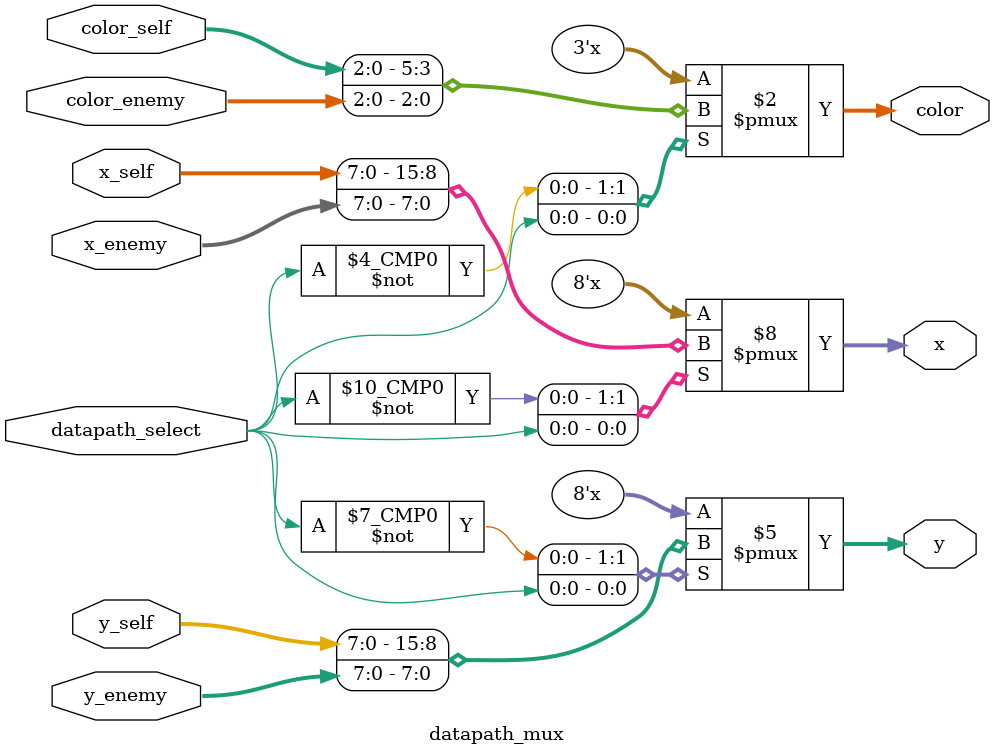
<source format=v>
module datapath_mux
	(
	input [7:0] x_self, y_self, x_enemy, y_enemy,
	input [2:0] color_self, color_enemy,
	input datapath_select,
	output reg [7:0] x, y,
	output reg [2:0] color
	);
	// Select signal from self_datapath or enemy_datapath according 
	// to datapath_select signal.

        //0: self_datapath
        //1: enemy_datapath

	always@(*)
		begin
		case(datapath_select)
        	1'b0: 
			begin
			x = x_self;
			y = y_self;
			color = color_self;
			end
			1'b1: 
			begin
			x = x_enemy;
			y = y_enemy;
			color = color_enemy;
			end
		endcase
		end
endmodule


</source>
